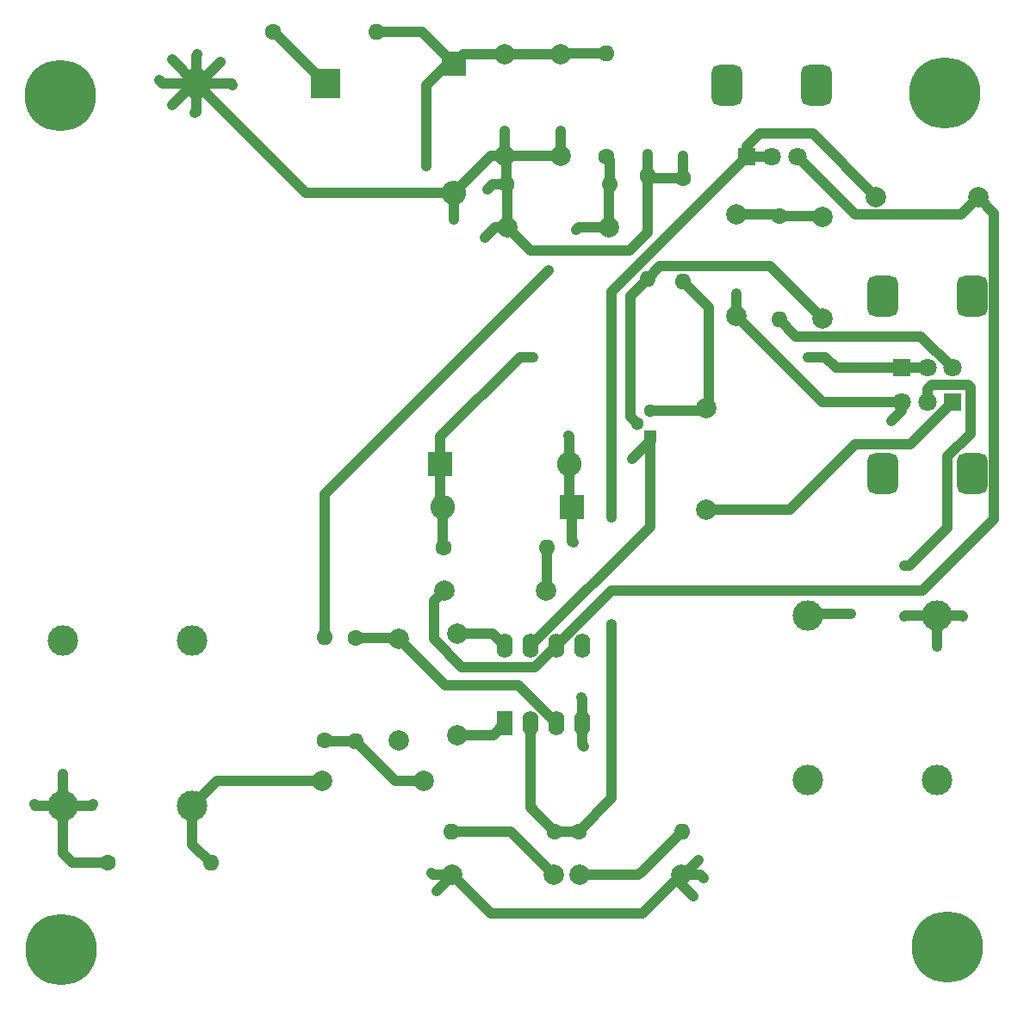
<source format=gbr>
%TF.GenerationSoftware,KiCad,Pcbnew,7.0.7*%
%TF.CreationDate,2024-03-10T16:06:42-05:00*%
%TF.ProjectId,Distortion,44697374-6f72-4746-996f-6e2e6b696361,rev?*%
%TF.SameCoordinates,Original*%
%TF.FileFunction,Copper,L1,Top*%
%TF.FilePolarity,Positive*%
%FSLAX46Y46*%
G04 Gerber Fmt 4.6, Leading zero omitted, Abs format (unit mm)*
G04 Created by KiCad (PCBNEW 7.0.7) date 2024-03-10 16:06:42*
%MOMM*%
%LPD*%
G01*
G04 APERTURE LIST*
G04 Aperture macros list*
%AMRoundRect*
0 Rectangle with rounded corners*
0 $1 Rounding radius*
0 $2 $3 $4 $5 $6 $7 $8 $9 X,Y pos of 4 corners*
0 Add a 4 corners polygon primitive as box body*
4,1,4,$2,$3,$4,$5,$6,$7,$8,$9,$2,$3,0*
0 Add four circle primitives for the rounded corners*
1,1,$1+$1,$2,$3*
1,1,$1+$1,$4,$5*
1,1,$1+$1,$6,$7*
1,1,$1+$1,$8,$9*
0 Add four rect primitives between the rounded corners*
20,1,$1+$1,$2,$3,$4,$5,0*
20,1,$1+$1,$4,$5,$6,$7,0*
20,1,$1+$1,$6,$7,$8,$9,0*
20,1,$1+$1,$8,$9,$2,$3,0*%
G04 Aperture macros list end*
%TA.AperFunction,ComponentPad*%
%ADD10C,0.800000*%
%TD*%
%TA.AperFunction,ComponentPad*%
%ADD11C,7.000000*%
%TD*%
%TA.AperFunction,ComponentPad*%
%ADD12R,1.600000X2.400000*%
%TD*%
%TA.AperFunction,ComponentPad*%
%ADD13O,1.600000X2.400000*%
%TD*%
%TA.AperFunction,ComponentPad*%
%ADD14RoundRect,0.750000X-0.750000X1.250000X-0.750000X-1.250000X0.750000X-1.250000X0.750000X1.250000X0*%
%TD*%
%TA.AperFunction,ComponentPad*%
%ADD15C,1.800000*%
%TD*%
%TA.AperFunction,ComponentPad*%
%ADD16R,1.800000X1.800000*%
%TD*%
%TA.AperFunction,ComponentPad*%
%ADD17RoundRect,0.750000X0.750000X-1.250000X0.750000X1.250000X-0.750000X1.250000X-0.750000X-1.250000X0*%
%TD*%
%TA.AperFunction,ComponentPad*%
%ADD18C,1.600000*%
%TD*%
%TA.AperFunction,ComponentPad*%
%ADD19O,1.600000X1.600000*%
%TD*%
%TA.AperFunction,ComponentPad*%
%ADD20C,1.300000*%
%TD*%
%TA.AperFunction,ComponentPad*%
%ADD21R,1.300000X1.300000*%
%TD*%
%TA.AperFunction,ComponentPad*%
%ADD22C,3.000000*%
%TD*%
%TA.AperFunction,ComponentPad*%
%ADD23O,2.400000X2.400000*%
%TD*%
%TA.AperFunction,ComponentPad*%
%ADD24R,2.400000X2.400000*%
%TD*%
%TA.AperFunction,ComponentPad*%
%ADD25C,2.000000*%
%TD*%
%TA.AperFunction,ComponentPad*%
%ADD26R,3.000000X3.000000*%
%TD*%
%TA.AperFunction,ViaPad*%
%ADD27C,0.800000*%
%TD*%
%TA.AperFunction,Conductor*%
%ADD28C,1.000000*%
%TD*%
G04 APERTURE END LIST*
D10*
%TO.P,H4,1*%
%TO.N,N/C*%
X120875000Y-148625000D03*
X123500000Y-146000000D03*
D11*
X120875000Y-146000000D03*
D10*
X120875000Y-143375000D03*
X119018845Y-147856155D03*
X119018845Y-144143845D03*
X122731155Y-147856155D03*
X118250000Y-146000000D03*
X122731155Y-144143845D03*
%TD*%
%TO.P,H3,1*%
%TO.N,N/C*%
X122606155Y-60143845D03*
X118125000Y-62000000D03*
X122606155Y-63856155D03*
X118893845Y-60143845D03*
X118893845Y-63856155D03*
X120750000Y-59375000D03*
D11*
X120750000Y-62000000D03*
D10*
X123375000Y-62000000D03*
X120750000Y-64625000D03*
%TD*%
%TO.P,H2,1*%
%TO.N,N/C*%
X208000000Y-148375000D03*
X210625000Y-145750000D03*
D11*
X208000000Y-145750000D03*
D10*
X208000000Y-143125000D03*
X206143845Y-147606155D03*
X206143845Y-143893845D03*
X209856155Y-147606155D03*
X205375000Y-145750000D03*
X209856155Y-143893845D03*
%TD*%
%TO.P,H1,1*%
%TO.N,N/C*%
X209606155Y-59893845D03*
X205125000Y-61750000D03*
X209606155Y-63606155D03*
X205893845Y-59893845D03*
X205893845Y-63606155D03*
X207750000Y-59125000D03*
D11*
X207750000Y-61750000D03*
D10*
X210375000Y-61750000D03*
X207750000Y-64375000D03*
%TD*%
D12*
%TO.P,U1,1,VOS*%
%TO.N,Net-(C13-Pad1)*%
X164500000Y-123750000D03*
D13*
%TO.P,U1,2,-*%
%TO.N,Net-(U1--)*%
X167040000Y-123750000D03*
%TO.P,U1,3,+*%
%TO.N,Net-(U1-+)*%
X169580000Y-123750000D03*
%TO.P,U1,4,V-*%
%TO.N,GND*%
X172120000Y-123750000D03*
%TO.P,U1,5,NC*%
%TO.N,unconnected-(U1-NC-Pad5)*%
X172120000Y-116130000D03*
%TO.P,U1,6*%
%TO.N,Net-(C8-Pad2)*%
X169580000Y-116130000D03*
%TO.P,U1,7,V+*%
%TO.N,+9V*%
X167040000Y-116130000D03*
%TO.P,U1,8,VOS*%
%TO.N,Net-(C13-Pad2)*%
X164500000Y-116130000D03*
%TD*%
D14*
%TO.P,RV3,MP*%
%TO.N,N/C*%
X201600000Y-99200000D03*
X210400000Y-99200000D03*
D15*
%TO.P,RV3,3,3*%
%TO.N,GND*%
X203500000Y-92200000D03*
%TO.P,RV3,2,2*%
%TO.N,Net-(J2-PadT)*%
X206000000Y-92200000D03*
D16*
%TO.P,RV3,1,1*%
%TO.N,Net-(C12-Pad1)*%
X208500000Y-92200000D03*
%TD*%
D17*
%TO.P,RV2,MP*%
%TO.N,N/C*%
X210400000Y-81800000D03*
X201600000Y-81800000D03*
D15*
%TO.P,RV2,3,3*%
%TO.N,Net-(R10-Pad2)*%
X208500000Y-88800000D03*
%TO.P,RV2,2,2*%
%TO.N,Net-(D2-A)*%
X206000000Y-88800000D03*
D16*
%TO.P,RV2,1,1*%
X203500000Y-88800000D03*
%TD*%
D17*
%TO.P,RV1,MP*%
%TO.N,N/C*%
X195150000Y-61050000D03*
X186350000Y-61050000D03*
D15*
%TO.P,RV1,3,3*%
%TO.N,Net-(C8-Pad2)*%
X193250000Y-68050000D03*
%TO.P,RV1,2,2*%
%TO.N,Net-(U1--)*%
X190750000Y-68050000D03*
D16*
%TO.P,RV1,1,1*%
X188250000Y-68050000D03*
%TD*%
D18*
%TO.P,R12,1*%
%TO.N,GND*%
X182000000Y-70170000D03*
D19*
%TO.P,R12,2*%
%TO.N,Net-(Q1-S)*%
X182000000Y-80330000D03*
%TD*%
D18*
%TO.P,R11,1*%
%TO.N,GND*%
X178500000Y-69920000D03*
D19*
%TO.P,R11,2*%
%TO.N,Net-(Q1-G)*%
X178500000Y-80080000D03*
%TD*%
%TO.P,R10,2*%
%TO.N,Net-(R10-Pad2)*%
X191500000Y-84080000D03*
D18*
%TO.P,R10,1*%
%TO.N,Net-(C10-Pad2)*%
X191500000Y-73920000D03*
%TD*%
%TO.P,R9,1*%
%TO.N,Net-(D2-A)*%
X158420000Y-106500000D03*
D19*
%TO.P,R9,2*%
%TO.N,Net-(C9-Pad2)*%
X168580000Y-106500000D03*
%TD*%
D18*
%TO.P,R8,1*%
%TO.N,Net-(U1--)*%
X169380000Y-134425000D03*
D19*
%TO.P,R8,2*%
%TO.N,Net-(C7-Pad2)*%
X159220000Y-134425000D03*
%TD*%
D18*
%TO.P,R7,1*%
%TO.N,Net-(U1--)*%
X171720000Y-134425000D03*
D19*
%TO.P,R7,2*%
%TO.N,Net-(C6-Pad2)*%
X181880000Y-134425000D03*
%TD*%
D18*
%TO.P,R6,1*%
%TO.N,Net-(U1-+)*%
X149800000Y-115345000D03*
D19*
%TO.P,R6,2*%
%TO.N,Net-(C4-Pad2)*%
X149800000Y-125505000D03*
%TD*%
D18*
%TO.P,R5,1*%
%TO.N,Net-(C4-Pad2)*%
X146800000Y-125425000D03*
D19*
%TO.P,R5,2*%
%TO.N,+4V*%
X146800000Y-115265000D03*
%TD*%
%TO.P,R4,2*%
%TO.N,Net-(C4-Pad1)*%
X135580000Y-137500000D03*
D18*
%TO.P,R4,1*%
%TO.N,GND*%
X125420000Y-137500000D03*
%TD*%
%TO.P,R3,1*%
%TO.N,GND*%
X164670000Y-70750000D03*
D19*
%TO.P,R3,2*%
%TO.N,+4V*%
X174830000Y-70750000D03*
%TD*%
D18*
%TO.P,R2,1*%
%TO.N,+4V*%
X174500000Y-68080000D03*
D19*
%TO.P,R2,2*%
%TO.N,+9V*%
X174500000Y-57920000D03*
%TD*%
%TO.P,R1,2*%
%TO.N,+9V*%
X151830000Y-55750000D03*
D18*
%TO.P,R1,1*%
%TO.N,Net-(BT1-+)*%
X141670000Y-55750000D03*
%TD*%
D20*
%TO.P,Q1,3,S*%
%TO.N,Net-(Q1-S)*%
X178750000Y-93000000D03*
%TO.P,Q1,2,G*%
%TO.N,Net-(Q1-G)*%
X177480000Y-94270000D03*
D21*
%TO.P,Q1,1,D*%
%TO.N,+9V*%
X178750000Y-95540000D03*
%TD*%
D22*
%TO.P,J2,S*%
%TO.N,GND*%
X206975000Y-113135000D03*
%TO.P,J2,SN*%
%TO.N,N/C*%
X206975000Y-129365000D03*
%TO.P,J2,T*%
%TO.N,Net-(J2-PadT)*%
X194275000Y-113135000D03*
%TO.P,J2,TN*%
%TO.N,N/C*%
X194275000Y-129365000D03*
%TD*%
%TO.P,J1,S*%
%TO.N,GND*%
X121025000Y-131865000D03*
%TO.P,J1,SN*%
%TO.N,N/C*%
X121025000Y-115635000D03*
%TO.P,J1,T*%
%TO.N,Net-(C4-Pad1)*%
X133725000Y-131865000D03*
%TO.P,J1,TN*%
%TO.N,N/C*%
X133725000Y-115635000D03*
%TD*%
D23*
%TO.P,D3,2,A*%
%TO.N,GND*%
X170850000Y-98250000D03*
D24*
%TO.P,D3,1,K*%
%TO.N,Net-(D2-A)*%
X158150000Y-98250000D03*
%TD*%
D23*
%TO.P,D2,2,A*%
%TO.N,Net-(D2-A)*%
X158400000Y-102500000D03*
D24*
%TO.P,D2,1,K*%
%TO.N,GND*%
X171100000Y-102500000D03*
%TD*%
D23*
%TO.P,D1,2,A*%
%TO.N,GND*%
X159500000Y-71600000D03*
D24*
%TO.P,D1,1,K*%
%TO.N,+9V*%
X159500000Y-58900000D03*
%TD*%
D25*
%TO.P,C13,1*%
%TO.N,Net-(C13-Pad1)*%
X159800000Y-124925000D03*
%TO.P,C13,2*%
%TO.N,Net-(C13-Pad2)*%
X159800000Y-114925000D03*
%TD*%
%TO.P,C12,2*%
%TO.N,Net-(Q1-S)*%
X184250000Y-92750000D03*
%TO.P,C12,1*%
%TO.N,Net-(C12-Pad1)*%
X184250000Y-102750000D03*
%TD*%
%TO.P,C11,2*%
%TO.N,Net-(C10-Pad2)*%
X195750000Y-74000000D03*
%TO.P,C11,1*%
%TO.N,Net-(Q1-G)*%
X195750000Y-84000000D03*
%TD*%
%TO.P,C10,2*%
%TO.N,Net-(C10-Pad2)*%
X187250000Y-73750000D03*
%TO.P,C10,1*%
%TO.N,GND*%
X187250000Y-83750000D03*
%TD*%
%TO.P,C9,2*%
%TO.N,Net-(C9-Pad2)*%
X168500000Y-110750000D03*
%TO.P,C9,1*%
%TO.N,Net-(C8-Pad2)*%
X158500000Y-110750000D03*
%TD*%
%TO.P,C8,2*%
%TO.N,Net-(C8-Pad2)*%
X211000000Y-72000000D03*
%TO.P,C8,1*%
%TO.N,Net-(U1--)*%
X201000000Y-72000000D03*
%TD*%
%TO.P,C7,1*%
%TO.N,GND*%
X159300000Y-138675000D03*
%TO.P,C7,2*%
%TO.N,Net-(C7-Pad2)*%
X169300000Y-138675000D03*
%TD*%
%TO.P,C6,1*%
%TO.N,GND*%
X181800000Y-138675000D03*
%TO.P,C6,2*%
%TO.N,Net-(C6-Pad2)*%
X171800000Y-138675000D03*
%TD*%
%TO.P,C5,1*%
%TO.N,GND*%
X154050000Y-125425000D03*
%TO.P,C5,2*%
%TO.N,Net-(U1-+)*%
X154050000Y-115425000D03*
%TD*%
%TO.P,C4,1*%
%TO.N,Net-(C4-Pad1)*%
X146550000Y-129425000D03*
%TO.P,C4,2*%
%TO.N,Net-(C4-Pad2)*%
X156550000Y-129425000D03*
%TD*%
%TO.P,C3,1*%
%TO.N,+4V*%
X174750000Y-75000000D03*
%TO.P,C3,2*%
%TO.N,GND*%
X164750000Y-75000000D03*
%TD*%
%TO.P,C2,1*%
%TO.N,+9V*%
X170000000Y-58000000D03*
%TO.P,C2,2*%
%TO.N,GND*%
X170000000Y-68000000D03*
%TD*%
%TO.P,C1,2*%
%TO.N,GND*%
X164500000Y-68000000D03*
%TO.P,C1,1*%
%TO.N,+9V*%
X164500000Y-58000000D03*
%TD*%
D22*
%TO.P,BT1,2,-*%
%TO.N,GND*%
X134150000Y-60850000D03*
D26*
%TO.P,BT1,1,+*%
%TO.N,Net-(BT1-+)*%
X146850000Y-60850000D03*
%TD*%
D27*
%TO.N,+9V*%
X156750000Y-69000000D03*
X177000000Y-97750000D03*
%TO.N,GND*%
X202500000Y-94000000D03*
X187250000Y-81500000D03*
X171250000Y-106000000D03*
X170750000Y-95500000D03*
%TO.N,Net-(D2-A)*%
X194250000Y-87750000D03*
X167250000Y-87750000D03*
%TO.N,GND*%
X172000000Y-121250000D03*
X172250000Y-126000000D03*
X118250000Y-131750000D03*
X121000000Y-128750000D03*
X124000000Y-131750000D03*
X183000000Y-140750000D03*
X184000000Y-139000000D03*
X183500000Y-137250000D03*
X157750000Y-140250000D03*
X157250000Y-138500000D03*
X203750000Y-113250000D03*
X207000000Y-116250000D03*
X209500000Y-113250000D03*
X182000000Y-68000000D03*
X178500000Y-67750000D03*
X170000000Y-65500000D03*
X164500000Y-65500000D03*
X162750000Y-71250000D03*
X162500000Y-76000000D03*
X159500000Y-74250000D03*
X134000000Y-63750000D03*
X137750000Y-61000000D03*
X136500000Y-58750000D03*
X134250000Y-58000000D03*
X131750000Y-58500000D03*
X130500000Y-60500000D03*
X131750000Y-63000000D03*
%TO.N,Net-(J2-PadT)*%
X198500000Y-113000000D03*
X203750000Y-108250000D03*
%TO.N,Net-(U1--)*%
X175000000Y-103500000D03*
X175000000Y-114000000D03*
%TO.N,+4V*%
X171500000Y-75250000D03*
X168750000Y-79250000D03*
%TD*%
D28*
%TO.N,+9V*%
X158850000Y-58900000D02*
X159500000Y-58900000D01*
X156750000Y-61000000D02*
X158850000Y-58900000D01*
X156750000Y-69000000D02*
X156750000Y-61000000D01*
X178750000Y-95540000D02*
X178750000Y-96000000D01*
X178750000Y-96000000D02*
X177000000Y-97750000D01*
%TO.N,GND*%
X203500000Y-93000000D02*
X202500000Y-94000000D01*
X203500000Y-92200000D02*
X203500000Y-93000000D01*
X187250000Y-83750000D02*
X187250000Y-81500000D01*
X171100000Y-105850000D02*
X171250000Y-106000000D01*
X171100000Y-102500000D02*
X171100000Y-105850000D01*
X170850000Y-95600000D02*
X170750000Y-95500000D01*
X170850000Y-98250000D02*
X170850000Y-95600000D01*
%TO.N,Net-(D2-A)*%
X197050000Y-88800000D02*
X203500000Y-88800000D01*
X196000000Y-87750000D02*
X197050000Y-88800000D01*
X194250000Y-87750000D02*
X196000000Y-87750000D01*
X166000000Y-87750000D02*
X167250000Y-87750000D01*
X158150000Y-95600000D02*
X166000000Y-87750000D01*
X158150000Y-98250000D02*
X158150000Y-95600000D01*
%TO.N,GND*%
X172120000Y-121370000D02*
X172000000Y-121250000D01*
X172120000Y-123750000D02*
X172120000Y-121370000D01*
X172120000Y-125870000D02*
X172250000Y-126000000D01*
X172120000Y-123750000D02*
X172120000Y-125870000D01*
X118365000Y-131865000D02*
X118250000Y-131750000D01*
X121025000Y-131865000D02*
X118365000Y-131865000D01*
X121025000Y-128775000D02*
X121000000Y-128750000D01*
X121025000Y-131865000D02*
X121025000Y-128775000D01*
X123885000Y-131865000D02*
X124000000Y-131750000D01*
X121025000Y-131865000D02*
X123885000Y-131865000D01*
X181800000Y-139550000D02*
X183000000Y-140750000D01*
X181800000Y-138675000D02*
X181800000Y-139550000D01*
X183675000Y-138675000D02*
X184000000Y-139000000D01*
X181800000Y-138675000D02*
X183675000Y-138675000D01*
X182075000Y-138675000D02*
X183500000Y-137250000D01*
X181800000Y-138675000D02*
X182075000Y-138675000D01*
X159300000Y-138700000D02*
X157750000Y-140250000D01*
X159300000Y-138675000D02*
X159300000Y-138700000D01*
X157425000Y-138675000D02*
X157250000Y-138500000D01*
X159300000Y-138675000D02*
X157425000Y-138675000D01*
X203865000Y-113135000D02*
X203750000Y-113250000D01*
X206975000Y-113135000D02*
X203865000Y-113135000D01*
X206975000Y-116225000D02*
X207000000Y-116250000D01*
X206975000Y-113135000D02*
X206975000Y-116225000D01*
X209385000Y-113135000D02*
X209500000Y-113250000D01*
X206975000Y-113135000D02*
X209385000Y-113135000D01*
X182000000Y-70170000D02*
X182000000Y-68000000D01*
X178500000Y-69920000D02*
X178500000Y-67750000D01*
X170000000Y-68000000D02*
X170000000Y-65500000D01*
X164500000Y-68000000D02*
X164500000Y-65500000D01*
X163250000Y-70750000D02*
X162750000Y-71250000D01*
X164670000Y-70750000D02*
X163250000Y-70750000D01*
X163500000Y-75000000D02*
X162500000Y-76000000D01*
X164750000Y-75000000D02*
X163500000Y-75000000D01*
X159500000Y-71600000D02*
X159500000Y-74250000D01*
X134150000Y-63600000D02*
X134000000Y-63750000D01*
X134150000Y-60850000D02*
X134150000Y-63600000D01*
X137600000Y-60850000D02*
X137750000Y-61000000D01*
X134150000Y-60850000D02*
X137600000Y-60850000D01*
X134400000Y-60850000D02*
X136500000Y-58750000D01*
X134150000Y-60850000D02*
X134400000Y-60850000D01*
X134150000Y-58100000D02*
X134250000Y-58000000D01*
X134150000Y-60850000D02*
X134150000Y-58100000D01*
X134100000Y-60850000D02*
X131750000Y-58500000D01*
X134150000Y-60850000D02*
X134100000Y-60850000D01*
X130850000Y-60850000D02*
X130500000Y-60500000D01*
X134150000Y-60850000D02*
X130850000Y-60850000D01*
X133900000Y-60850000D02*
X131750000Y-63000000D01*
X134150000Y-60850000D02*
X133900000Y-60850000D01*
%TO.N,Net-(C4-Pad1)*%
X133750000Y-135250000D02*
X133750000Y-135670000D01*
X133725000Y-135225000D02*
X133750000Y-135250000D01*
X133725000Y-131865000D02*
X133725000Y-135225000D01*
X133750000Y-135670000D02*
X135580000Y-137500000D01*
%TO.N,GND*%
X121025000Y-136525000D02*
X122000000Y-137500000D01*
X122000000Y-137500000D02*
X125420000Y-137500000D01*
X121025000Y-131865000D02*
X121025000Y-136525000D01*
X163125000Y-142500000D02*
X159300000Y-138675000D01*
X181800000Y-138675000D02*
X177975000Y-142500000D01*
X177975000Y-142500000D02*
X163125000Y-142500000D01*
%TO.N,Net-(J2-PadT)*%
X194410000Y-113000000D02*
X194275000Y-113135000D01*
X198500000Y-113000000D02*
X194410000Y-113000000D01*
X204250000Y-108250000D02*
X203750000Y-108250000D01*
X208000000Y-104500000D02*
X204250000Y-108250000D01*
X208000000Y-97549390D02*
X208000000Y-104500000D01*
X210250000Y-95299390D02*
X208000000Y-97549390D01*
X210250000Y-90750000D02*
X210250000Y-95299390D01*
X210000000Y-90500000D02*
X210250000Y-90750000D01*
X206427208Y-90500000D02*
X210000000Y-90500000D01*
X206000000Y-90927208D02*
X206427208Y-90500000D01*
X206000000Y-92200000D02*
X206000000Y-90927208D01*
%TO.N,Net-(C12-Pad1)*%
X192500000Y-102750000D02*
X184250000Y-102750000D01*
X198899390Y-96350610D02*
X192500000Y-102750000D01*
X204349390Y-96350610D02*
X198899390Y-96350610D01*
X208500000Y-92200000D02*
X204349390Y-96350610D01*
%TO.N,Net-(J2-PadT)*%
X194390000Y-113250000D02*
X194275000Y-113135000D01*
%TO.N,GND*%
X195700000Y-92200000D02*
X203500000Y-92200000D01*
X187250000Y-83750000D02*
X195700000Y-92200000D01*
%TO.N,Net-(U1--)*%
X175000000Y-131145000D02*
X171720000Y-134425000D01*
X175000000Y-114000000D02*
X175000000Y-131145000D01*
X175000000Y-81300000D02*
X175000000Y-97000000D01*
X175000000Y-97000000D02*
X175000000Y-103500000D01*
X188250000Y-68050000D02*
X175000000Y-81300000D01*
%TO.N,Net-(C9-Pad2)*%
X168580000Y-110670000D02*
X168500000Y-110750000D01*
X168580000Y-106500000D02*
X168580000Y-110670000D01*
%TO.N,GND*%
X170850000Y-102250000D02*
X171100000Y-102500000D01*
X170850000Y-98250000D02*
X170850000Y-102250000D01*
%TO.N,+4V*%
X146800000Y-101200000D02*
X146800000Y-115265000D01*
X168750000Y-79250000D02*
X146800000Y-101200000D01*
X171750000Y-75000000D02*
X171500000Y-75250000D01*
X174750000Y-75000000D02*
X171750000Y-75000000D01*
%TO.N,Net-(D2-A)*%
X158150000Y-102250000D02*
X158400000Y-102500000D01*
X158150000Y-98250000D02*
X158150000Y-102250000D01*
%TO.N,Net-(C13-Pad1)*%
X163325000Y-124925000D02*
X164500000Y-123750000D01*
X159800000Y-124925000D02*
X163325000Y-124925000D01*
%TO.N,Net-(U1-+)*%
X158625000Y-120000000D02*
X154050000Y-115425000D01*
X165830000Y-120000000D02*
X158625000Y-120000000D01*
X169580000Y-123750000D02*
X165830000Y-120000000D01*
%TO.N,Net-(C6-Pad2)*%
X177805000Y-138500000D02*
X181880000Y-134425000D01*
X177750000Y-138500000D02*
X177805000Y-138500000D01*
X177575000Y-138675000D02*
X177750000Y-138500000D01*
X171800000Y-138675000D02*
X177575000Y-138675000D01*
%TO.N,Net-(U1--)*%
X171720000Y-134425000D02*
X169380000Y-134425000D01*
X167250000Y-132295000D02*
X167040000Y-132085000D01*
X167040000Y-132085000D02*
X167040000Y-123750000D01*
X167250000Y-132250000D02*
X167250000Y-132295000D01*
X169380000Y-134425000D02*
X167250000Y-132295000D01*
%TO.N,Net-(C7-Pad2)*%
X165050000Y-134425000D02*
X169300000Y-138675000D01*
X159220000Y-134425000D02*
X165050000Y-134425000D01*
%TO.N,Net-(C4-Pad1)*%
X136165000Y-129425000D02*
X146550000Y-129425000D01*
X133725000Y-131865000D02*
X136165000Y-129425000D01*
%TO.N,Net-(C4-Pad2)*%
X156550000Y-129425000D02*
X153720000Y-129425000D01*
X153720000Y-129425000D02*
X149800000Y-125505000D01*
X149800000Y-125505000D02*
X146880000Y-125505000D01*
X146880000Y-125505000D02*
X146800000Y-125425000D01*
%TO.N,Net-(U1-+)*%
X153970000Y-115345000D02*
X154050000Y-115425000D01*
X149800000Y-115345000D02*
X153970000Y-115345000D01*
%TO.N,Net-(C8-Pad2)*%
X167460000Y-118250000D02*
X169580000Y-116130000D01*
X160250000Y-118250000D02*
X167460000Y-118250000D01*
X157500000Y-115500000D02*
X160250000Y-118250000D01*
X158500000Y-110750000D02*
X157500000Y-111750000D01*
X157500000Y-111750000D02*
X157500000Y-115500000D01*
%TO.N,Net-(C13-Pad2)*%
X163295000Y-114925000D02*
X164500000Y-116130000D01*
X159800000Y-114925000D02*
X163295000Y-114925000D01*
%TO.N,Net-(D2-A)*%
X158400000Y-106480000D02*
X158420000Y-106500000D01*
X158400000Y-102500000D02*
X158400000Y-106480000D01*
%TO.N,Net-(Q1-G)*%
X177480000Y-94270000D02*
X176830001Y-93620001D01*
X176830001Y-93620001D02*
X176830001Y-81749999D01*
X176830001Y-81749999D02*
X178500000Y-80080000D01*
%TO.N,+9V*%
X178750000Y-104420000D02*
X167040000Y-116130000D01*
X178750000Y-95540000D02*
X178750000Y-104420000D01*
%TO.N,Net-(D2-A)*%
X206000000Y-88800000D02*
X203500000Y-88800000D01*
%TO.N,Net-(C8-Pad2)*%
X174960000Y-110750000D02*
X169580000Y-116130000D01*
X205500000Y-110750000D02*
X174960000Y-110750000D01*
X212600000Y-73600000D02*
X212600000Y-103650000D01*
X212600000Y-103650000D02*
X205500000Y-110750000D01*
X211000000Y-72000000D02*
X212600000Y-73600000D01*
X209300000Y-73700000D02*
X211000000Y-72000000D01*
X198900000Y-73700000D02*
X209300000Y-73700000D01*
X193250000Y-68050000D02*
X198900000Y-73700000D01*
%TO.N,Net-(U1--)*%
X188250000Y-67000000D02*
X189500000Y-65750000D01*
X188250000Y-68050000D02*
X188250000Y-67000000D01*
X189500000Y-65750000D02*
X194750000Y-65750000D01*
X194750000Y-65750000D02*
X201000000Y-72000000D01*
X188250000Y-68050000D02*
X190750000Y-68050000D01*
%TO.N,Net-(C10-Pad2)*%
X195670000Y-73920000D02*
X195750000Y-74000000D01*
X191500000Y-73920000D02*
X195670000Y-73920000D01*
X191330000Y-73750000D02*
X191500000Y-73920000D01*
X187250000Y-73750000D02*
X191330000Y-73750000D01*
%TO.N,Net-(R10-Pad2)*%
X205400000Y-85700000D02*
X208500000Y-88800000D01*
X193120000Y-85700000D02*
X205400000Y-85700000D01*
X191500000Y-84080000D02*
X193120000Y-85700000D01*
%TO.N,Net-(Q1-G)*%
X190580000Y-78830000D02*
X195750000Y-84000000D01*
X179750000Y-78830000D02*
X190580000Y-78830000D01*
X178500000Y-80080000D02*
X179750000Y-78830000D01*
%TO.N,Net-(Q1-S)*%
X184500000Y-92500000D02*
X184250000Y-92750000D01*
X184500000Y-82830000D02*
X184500000Y-92500000D01*
X182000000Y-80330000D02*
X184500000Y-82830000D01*
X184000000Y-93000000D02*
X184250000Y-92750000D01*
X178750000Y-93000000D02*
X184000000Y-93000000D01*
%TO.N,GND*%
X178750000Y-70170000D02*
X178500000Y-69920000D01*
X182000000Y-70170000D02*
X178750000Y-70170000D01*
X167000000Y-77250000D02*
X164750000Y-75000000D01*
X176750000Y-77250000D02*
X167000000Y-77250000D01*
X178500000Y-75500000D02*
X176750000Y-77250000D01*
X178500000Y-69920000D02*
X178500000Y-75500000D01*
%TO.N,+4V*%
X174750000Y-70830000D02*
X174830000Y-70750000D01*
X174750000Y-75000000D02*
X174750000Y-70830000D01*
X174830000Y-68410000D02*
X174500000Y-68080000D01*
X174830000Y-70750000D02*
X174830000Y-68410000D01*
%TO.N,GND*%
X164750000Y-70830000D02*
X164670000Y-70750000D01*
X164750000Y-75000000D02*
X164750000Y-70830000D01*
X164670000Y-68170000D02*
X164500000Y-68000000D01*
X164670000Y-70750000D02*
X164670000Y-68170000D01*
X170000000Y-68000000D02*
X164500000Y-68000000D01*
X163100000Y-68000000D02*
X159500000Y-71600000D01*
X164500000Y-68000000D02*
X163100000Y-68000000D01*
%TO.N,+9V*%
X170080000Y-57920000D02*
X170000000Y-58000000D01*
X174500000Y-57920000D02*
X170080000Y-57920000D01*
X164500000Y-58000000D02*
X170000000Y-58000000D01*
X160400000Y-58000000D02*
X159500000Y-58900000D01*
X164500000Y-58000000D02*
X160400000Y-58000000D01*
X156350000Y-55750000D02*
X159500000Y-58900000D01*
X151830000Y-55750000D02*
X156350000Y-55750000D01*
%TO.N,Net-(BT1-+)*%
X141750000Y-55750000D02*
X146850000Y-60850000D01*
X141670000Y-55750000D02*
X141750000Y-55750000D01*
%TO.N,GND*%
X144900000Y-71600000D02*
X159500000Y-71600000D01*
X134150000Y-60850000D02*
X144900000Y-71600000D01*
%TD*%
M02*

</source>
